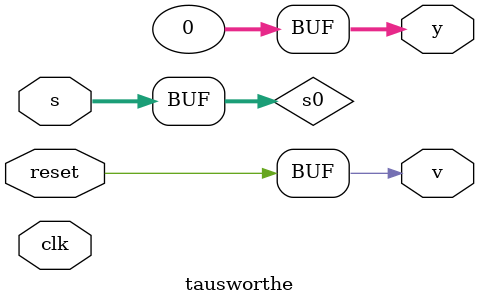
<source format=v>
`timescale 1ns / 1ps


module tausworthe(
    input clk,
    input reset,
    input [31:0] s,
    output reg v,
    output reg [31:0] y);
  reg[31:0] s0;
  reg [31:0] s1;
  reg [31:0] s2;
  reg [31:0] b;
  reg [31:0] temp;
  
  always@(reset)
        begin
        s0=s;
        s1= 'h10850089 ^ s;
        s2 = 'h89305309 ^s;  
        y=0;
        v=reset;
        end
        
        always@(posedge clk && reset==0)
        begin
        b= ((s0<<13)^s0)>>19;
        s0= ((s&'hfffffffe)<<12)^b;
        b= ((s1<<2)^s1)>>25;
        s1= ((s1&'hfffffff8)<<4)^b;
        b= ((s2<<3)^s2)>>11;
        s2= ((s2&'hfffffff0)<<17)^b;
        temp=s1^s2;        
        y=s0^temp;
       end
endmodule
</source>
